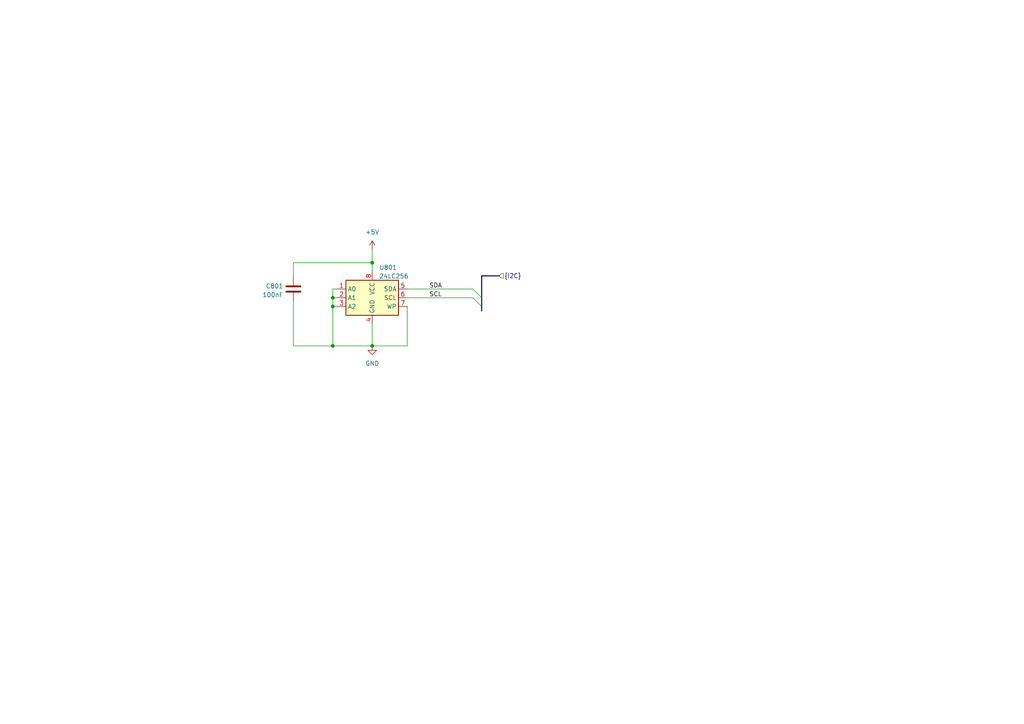
<source format=kicad_sch>
(kicad_sch (version 20230121) (generator eeschema)
  (paper "A4")
  (lib_symbols
    (symbol "Device:C" (pin_numbers hide) (pin_names (offset 0.254))
      (property "Reference" "C" (at 0.635 2.54 0))
      (property "Value" "C" (at 0.635 -2.54 0))
      (symbol "C_0_1"
        (polyline (pts (xy -2.032 -0.762) (xy 2.032 -0.762)) (stroke (width 0.508)))
        (polyline (pts (xy -2.032 0.762) (xy 2.032 0.762)) (stroke (width 0.508)))
      )
      (symbol "C_1_1"
        (pin passive line (at 0 3.81 270) (length 2.794) (name "~") (number "1"))
        (pin passive line (at 0 -3.81 90) (length 2.794) (name "~") (number "2"))
      )
    )
    (symbol "Memory_EEPROM:24LC256"
      (property "Reference" "U" (at -6.35 6.35 0))
      (property "Value" "24LC256" (at 1.27 6.35 0))
      (symbol "24LC256_1_1"
        (rectangle (start -7.62 5.08) (end 7.62 -5.08) (stroke (width 0.254)) (fill (type background)))
        (pin input line (at -10.16 2.54 0) (length 2.54) (name "A0") (number "1"))
        (pin input line (at -10.16 0 0) (length 2.54) (name "A1") (number "2"))
        (pin input line (at -10.16 -2.54 0) (length 2.54) (name "A2") (number "3"))
        (pin power_in line (at 0 -7.62 90) (length 2.54) (name "GND") (number "4"))
        (pin bidirectional line (at 10.16 2.54 180) (length 2.54) (name "SDA") (number "5"))
        (pin input line (at 10.16 0 180) (length 2.54) (name "SCL") (number "6"))
        (pin input line (at 10.16 -2.54 180) (length 2.54) (name "WP") (number "7"))
        (pin power_in line (at 0 7.62 270) (length 2.54) (name "VCC") (number "8"))
      )
    )
    (symbol "power:+5V" (power) (pin_names (offset 0))
      (property "Value" "+5V" (at 0 3.556 0))
      (symbol "+5V_0_1"
        (polyline (pts (xy -0.762 1.27) (xy 0 2.54)))
        (polyline (pts (xy 0 0) (xy 0 2.54)))
        (polyline (pts (xy 0 2.54) (xy 0.762 1.27)))
      )
      (symbol "+5V_1_1"
        (pin power_in line (at 0 0 90) (length 0) hide (name "+5V") (number "1"))
      )
    )
    (symbol "power:GND" (power) (pin_names (offset 0))
      (property "Value" "GND" (at 0 -3.81 0))
      (symbol "GND_0_1"
        (polyline (pts (xy 0 0) (xy 0 -1.27) (xy 1.27 -1.27) (xy 0 -2.54) (xy -1.27 -1.27) (xy 0 -1.27)))
      )
      (symbol "GND_1_1"
        (pin power_in line (at 0 0 270) (length 0) hide (name "GND") (number "1"))
      )
    )
  )
  (junction (at 96.52 88.9))
  (junction (at 96.52 86.36))
  (junction (at 107.95 76.2))
  (junction (at 107.95 100.33))
  (junction (at 96.52 100.33))
  (bus_entry (at 137.16 83.82) (size 2.54 2.54))
  (bus_entry (at 137.16 86.36) (size 2.54 2.54))
  (wire (pts (xy 107.95 72.39) (xy 107.95 76.2)))
  (wire (pts (xy 85.09 80.01) (xy 85.09 76.2)))
  (wire (pts (xy 118.11 88.9) (xy 118.11 100.33)))
  (wire (pts (xy 96.52 86.36) (xy 97.79 86.36)))
  (wire (pts (xy 118.11 83.82) (xy 137.16 83.82)))
  (wire (pts (xy 96.52 88.9) (xy 96.52 100.33)))
  (wire (pts (xy 96.52 86.36) (xy 96.52 88.9)))
  (wire (pts (xy 107.95 93.98) (xy 107.95 100.33)))
  (wire (pts (xy 107.95 100.33) (xy 118.11 100.33)))
  (wire (pts (xy 85.09 76.2) (xy 107.95 76.2)))
  (bus (pts (xy 139.7 80.01) (xy 139.7 86.36)))
  (wire (pts (xy 85.09 87.63) (xy 85.09 100.33)))
  (bus (pts (xy 139.7 86.36) (xy 139.7 88.9)))
  (wire (pts (xy 107.95 76.2) (xy 107.95 78.74)))
  (wire (pts (xy 96.52 83.82) (xy 97.79 83.82)))
  (bus (pts (xy 144.78 80.01) (xy 139.7 80.01)))
  (wire (pts (xy 96.52 83.82) (xy 96.52 86.36)))
  (bus (pts (xy 139.7 88.9) (xy 139.7 90.17)))
  (wire (pts (xy 96.52 88.9) (xy 97.79 88.9)))
  (wire (pts (xy 118.11 86.36) (xy 137.16 86.36)))
  (wire (pts (xy 96.52 100.33) (xy 107.95 100.33)))
  (wire (pts (xy 85.09 100.33) (xy 96.52 100.33)))
  (label "SCL" (at 124.46 86.36 0))
  (label "SDA" (at 124.46 83.82 0))
  (hierarchical_label "{I2C}" (shape input) (at 144.78 80.01 0))
  (symbol (lib_id "power:+5V") (at 107.95 72.39 0) (unit 1)
    (property "Reference" "#PWR01101" (effects hide))
    (property "Value" "+5V" (at 107.95 67.31 0))
  )
  (symbol (lib_id "power:GND") (at 107.95 100.33 0) (unit 1)
    (property "Reference" "#PWR01102" (effects hide))
    (property "Value" "GND" (at 107.95 105.41 0))
  )
  (symbol (lib_id "Memory_EEPROM:24LC256") (at 107.95 86.36 0) (unit 1)
    (property "Reference" "U801" (at 109.9694 77.5802 0) (effects (justify left)))
    (property "Value" "24LC256" (at 109.9694 80.1171 0) (effects (justify left)))
    (property "Footprint" "Package_SO:SOIC-8_3.9x4.9mm_P1.27mm" (effects hide))
    (property "Datasheet" "http://ww1.microchip.com/downloads/en/devicedoc/21203m.pdf" (effects hide))
    (property "JLCPCB Part#" "C2987263" (effects hide))
    (instances (project "relayTrackerController" (path "" (reference "U801") (unit 1))) (project "EEPROM" (path "" (reference "U801") (unit 1))) (project "general_schematics" (path "" (reference "U1901") (unit 1))))
  )
  (symbol (lib_id "Device:C") (at 85.09 83.82 0) (mirror x) (unit 1)
    (property "Reference" "C801" (at 82.169 82.9853 0) (effects (justify right)))
    (property "Value" "100nF" (at 82.169 85.5222 0) (effects (justify right)))
    (property "Footprint" "Capacitor_SMD:C_0603_1608Metric" (effects hide))
    (property "JLCPCB Part#" "C14663" (effects hide))
    (instances (project "relayTrackerController" (path "" (reference "C801") (unit 1))) (project "EEPROM" (path "" (reference "C801") (unit 1))) (project "general_schematics" (path "" (reference "C1901") (unit 1))))
  )
)
</source>
